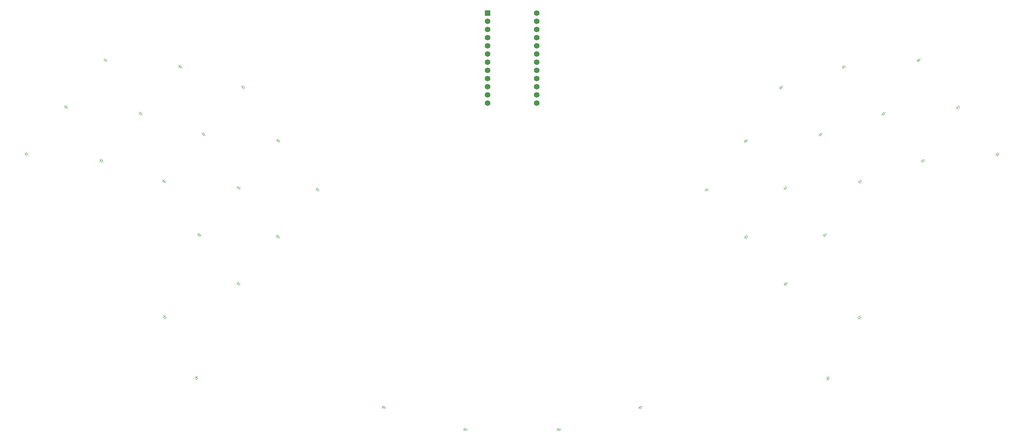
<source format=gbr>
%TF.GenerationSoftware,KiCad,Pcbnew,8.0.1*%
%TF.CreationDate,2024-05-19T15:34:11+09:00*%
%TF.ProjectId,pcb_plate,7063625f-706c-4617-9465-2e6b69636164,v1.0.0*%
%TF.SameCoordinates,Original*%
%TF.FileFunction,Legend,Bot*%
%TF.FilePolarity,Positive*%
%FSLAX46Y46*%
G04 Gerber Fmt 4.6, Leading zero omitted, Abs format (unit mm)*
G04 Created by KiCad (PCBNEW 8.0.1) date 2024-05-19 15:34:11*
%MOMM*%
%LPD*%
G01*
G04 APERTURE LIST*
%ADD10C,0.100000*%
%ADD11R,1.752600X1.752600*%
%ADD12C,1.752600*%
G04 APERTURE END LIST*
D10*
%TO.C,D32*%
X266945694Y-205252538D02*
X267252111Y-204995423D01*
X267252111Y-204995423D02*
X266898579Y-204574098D01*
X267252111Y-204995423D02*
X267454625Y-204303331D01*
X267252111Y-204995423D02*
X267605645Y-205416746D01*
X267454625Y-204303331D02*
X267968853Y-204916168D01*
X267711740Y-204609749D02*
X268094760Y-204288356D01*
X267968853Y-204916168D02*
X267252111Y-204995423D01*
%TO.C,D4*%
X54682479Y-166093729D02*
X54988896Y-166350844D01*
X54988896Y-166350844D02*
X54635364Y-166772169D01*
X54988896Y-166350844D02*
X55342430Y-165929521D01*
X54988896Y-166350844D02*
X55705638Y-166430099D01*
X55191410Y-167042936D02*
X54988896Y-166350844D01*
X55448527Y-166736516D02*
X55831545Y-167057911D01*
X55705638Y-166430099D02*
X55191410Y-167042936D01*
%TO.C,D25*%
X285010419Y-137871619D02*
X285316836Y-137614504D01*
X285316836Y-137614504D02*
X284963304Y-137193179D01*
X285316836Y-137614504D02*
X285519350Y-136922412D01*
X285316836Y-137614504D02*
X285670370Y-138035827D01*
X285519350Y-136922412D02*
X286033578Y-137535249D01*
X285776465Y-137228830D02*
X286159485Y-136907437D01*
X286033578Y-137535249D02*
X285316836Y-137614504D01*
%TO.C,D37*%
X221771415Y-243383908D02*
X222147292Y-243247098D01*
X222147292Y-243247098D02*
X221959182Y-242730271D01*
X222147292Y-243247098D02*
X222335401Y-243763929D01*
X222147292Y-243247098D02*
X222574299Y-242666012D01*
X222574299Y-242666012D02*
X222847915Y-243417765D01*
X222711109Y-243041888D02*
X223180953Y-242870878D01*
X222847915Y-243417765D02*
X222147292Y-243247098D01*
%TO.C,D2*%
X43762861Y-149470681D02*
X44069278Y-149727796D01*
X44069278Y-149727796D02*
X43715746Y-150149121D01*
X44069278Y-149727796D02*
X44422812Y-149306473D01*
X44069278Y-149727796D02*
X44786020Y-149807051D01*
X44271792Y-150419888D02*
X44069278Y-149727796D01*
X44528909Y-150113468D02*
X44911927Y-150434863D01*
X44786020Y-149807051D02*
X44271792Y-150419888D01*
%TO.C,D33*%
X254700596Y-190659395D02*
X255007013Y-190402280D01*
X255007013Y-190402280D02*
X254653481Y-189980955D01*
X255007013Y-190402280D02*
X255209527Y-189710188D01*
X255007013Y-190402280D02*
X255360547Y-190823603D01*
X255209527Y-189710188D02*
X255723755Y-190323025D01*
X255466642Y-190016606D02*
X255849662Y-189695213D01*
X255723755Y-190323025D02*
X255007013Y-190402280D01*
%TO.C,D15*%
X121727614Y-175102062D02*
X122034031Y-175359177D01*
X122034031Y-175359177D02*
X121680499Y-175780502D01*
X122034031Y-175359177D02*
X122387565Y-174937854D01*
X122034031Y-175359177D02*
X122750773Y-175438432D01*
X122236545Y-176051269D02*
X122034031Y-175359177D01*
X122493662Y-175744849D02*
X122876680Y-176066244D01*
X122750773Y-175438432D02*
X122236545Y-176051269D01*
%TO.C,D13*%
X97237405Y-204288357D02*
X97543822Y-204545472D01*
X97543822Y-204545472D02*
X97190290Y-204966797D01*
X97543822Y-204545472D02*
X97897356Y-204124149D01*
X97543822Y-204545472D02*
X98260564Y-204624727D01*
X97746336Y-205237564D02*
X97543822Y-204545472D01*
X98003453Y-204931144D02*
X98386471Y-205252539D01*
X98260564Y-204624727D02*
X97746336Y-205237564D01*
%TO.C,D27*%
X277764338Y-158872608D02*
X278070755Y-158615493D01*
X278070755Y-158615493D02*
X277717223Y-158194168D01*
X278070755Y-158615493D02*
X278273269Y-157923401D01*
X278070755Y-158615493D02*
X278424289Y-159036816D01*
X278273269Y-157923401D02*
X278787497Y-158536238D01*
X278530384Y-158229819D02*
X278913404Y-157908426D01*
X278787497Y-158536238D02*
X278070755Y-158615493D01*
%TO.C,D34*%
X242455491Y-176066240D02*
X242761908Y-175809125D01*
X242761908Y-175809125D02*
X242408376Y-175387800D01*
X242761908Y-175809125D02*
X242964422Y-175117033D01*
X242761908Y-175809125D02*
X243115442Y-176230448D01*
X242964422Y-175117033D02*
X243478650Y-175729870D01*
X243221537Y-175423451D02*
X243604557Y-175102058D01*
X243478650Y-175729870D02*
X242761908Y-175809125D01*
%TO.C,D16*%
X74509238Y-214582965D02*
X74738665Y-214910626D01*
X74738665Y-214910626D02*
X74288136Y-215226093D01*
X74738665Y-214910626D02*
X75189201Y-214595161D01*
X74738665Y-214910626D02*
X75410474Y-215172688D01*
X74755154Y-215631549D02*
X74738665Y-214910626D01*
X75082815Y-215402119D02*
X75369602Y-215811693D01*
X75410474Y-215172688D02*
X74755154Y-215631549D01*
%TO.C,D35*%
X289962569Y-215811700D02*
X290191997Y-215484039D01*
X290191997Y-215484039D02*
X289741467Y-215168572D01*
X290191997Y-215484039D02*
X290208485Y-214763115D01*
X290191997Y-215484039D02*
X290642533Y-215799505D01*
X290208485Y-214763115D02*
X290863807Y-215221978D01*
X290536145Y-214992546D02*
X290822933Y-214582972D01*
X290863807Y-215221978D02*
X290191997Y-215484039D01*
%TO.C,D8*%
X86418772Y-157908429D02*
X86725189Y-158165544D01*
X86725189Y-158165544D02*
X86371657Y-158586869D01*
X86725189Y-158165544D02*
X87078723Y-157744221D01*
X86725189Y-158165544D02*
X87441931Y-158244799D01*
X86927703Y-158857636D02*
X86725189Y-158165544D01*
X87184820Y-158551216D02*
X87567838Y-158872611D01*
X87441931Y-158244799D02*
X86927703Y-158857636D01*
%TO.C,D5*%
X66927581Y-151500583D02*
X67233998Y-151757698D01*
X67233998Y-151757698D02*
X66880466Y-152179023D01*
X67233998Y-151757698D02*
X67587532Y-151336375D01*
X67233998Y-151757698D02*
X67950740Y-151836953D01*
X67436512Y-152449790D02*
X67233998Y-151757698D01*
X67693629Y-152143370D02*
X68076647Y-152464765D01*
X67950740Y-151836953D02*
X67436512Y-152449790D01*
%TO.C,D29*%
X279089823Y-190088803D02*
X279396240Y-189831688D01*
X279396240Y-189831688D02*
X279042708Y-189410363D01*
X279396240Y-189831688D02*
X279598754Y-189139596D01*
X279396240Y-189831688D02*
X279749774Y-190253011D01*
X279598754Y-189139596D02*
X280112982Y-189752433D01*
X279855869Y-189446014D02*
X280238889Y-189124621D01*
X280112982Y-189752433D02*
X279396240Y-189831688D01*
%TO.C,D21*%
X320420242Y-150434863D02*
X320726659Y-150177748D01*
X320726659Y-150177748D02*
X320373127Y-149756423D01*
X320726659Y-150177748D02*
X320929173Y-149485656D01*
X320726659Y-150177748D02*
X321080193Y-150599071D01*
X320929173Y-149485656D02*
X321443401Y-150098493D01*
X321186288Y-149792074D02*
X321569308Y-149470681D01*
X321443401Y-150098493D02*
X320726659Y-150177748D01*
%TO.C,D19*%
X167435280Y-249882124D02*
X167829203Y-249951584D01*
X167829203Y-249951584D02*
X167733696Y-250493226D01*
X167829203Y-249951584D02*
X167924710Y-249409941D01*
X167829203Y-249951584D02*
X168489548Y-249661851D01*
X168350629Y-250449695D02*
X167829203Y-249951584D01*
X168420089Y-250055771D02*
X168912492Y-250142596D01*
X168489548Y-249661851D02*
X168350629Y-250449695D01*
%TO.C,D11*%
X97338381Y-174531478D02*
X97644798Y-174788593D01*
X97644798Y-174788593D02*
X97291266Y-175209918D01*
X97644798Y-174788593D02*
X97998332Y-174367270D01*
X97644798Y-174788593D02*
X98361540Y-174867848D01*
X97847312Y-175480685D02*
X97644798Y-174788593D01*
X98104429Y-175174265D02*
X98487447Y-175495660D01*
X98361540Y-174867848D02*
X97847312Y-175480685D01*
%TO.C,D20*%
X332665349Y-165028011D02*
X332971766Y-164770896D01*
X332971766Y-164770896D02*
X332618234Y-164349571D01*
X332971766Y-164770896D02*
X333174280Y-164078804D01*
X332971766Y-164770896D02*
X333325300Y-165192219D01*
X333174280Y-164078804D02*
X333688508Y-164691641D01*
X333431395Y-164385222D02*
X333814415Y-164063829D01*
X333688508Y-164691641D02*
X332971766Y-164770896D01*
%TO.C,D17*%
X84461671Y-234458932D02*
X84632338Y-233758309D01*
X84495528Y-233382432D02*
X84632338Y-233758309D01*
X84632338Y-233758309D02*
X84115507Y-233946418D01*
X84632338Y-233758309D02*
X85149165Y-233570199D01*
X84632338Y-233758309D02*
X85213424Y-234185316D01*
X84837548Y-234322126D02*
X85008558Y-234791970D01*
X85213424Y-234185316D02*
X84461671Y-234458932D01*
%TO.C,D23*%
X309500631Y-167057913D02*
X309807048Y-166800798D01*
X309807048Y-166800798D02*
X309453516Y-166379473D01*
X309807048Y-166800798D02*
X310009562Y-166108706D01*
X309807048Y-166800798D02*
X310160582Y-167222121D01*
X310009562Y-166108706D02*
X310523790Y-166721543D01*
X310266677Y-166415124D02*
X310649697Y-166093731D01*
X310523790Y-166721543D02*
X309807048Y-166800798D01*
%TO.C,D28*%
X265519236Y-144279459D02*
X265825653Y-144022344D01*
X265825653Y-144022344D02*
X265472121Y-143601019D01*
X265825653Y-144022344D02*
X266028167Y-143330252D01*
X265825653Y-144022344D02*
X266179187Y-144443667D01*
X266028167Y-143330252D02*
X266542395Y-143943089D01*
X266285282Y-143636670D02*
X266668302Y-143315277D01*
X266542395Y-143943089D02*
X265825653Y-144022344D01*
%TO.C,D7*%
X74173661Y-172501576D02*
X74480078Y-172758691D01*
X74480078Y-172758691D02*
X74126546Y-173180016D01*
X74480078Y-172758691D02*
X74833612Y-172337368D01*
X74480078Y-172758691D02*
X75196820Y-172837946D01*
X74682592Y-173450783D02*
X74480078Y-172758691D01*
X74939709Y-173144363D02*
X75322727Y-173465758D01*
X75196820Y-172837946D02*
X74682592Y-173450783D01*
%TO.C,D9*%
X98663875Y-143315281D02*
X98970292Y-143572396D01*
X98970292Y-143572396D02*
X98616760Y-143993721D01*
X98970292Y-143572396D02*
X99323826Y-143151073D01*
X98970292Y-143572396D02*
X99687034Y-143651651D01*
X99172806Y-144264488D02*
X98970292Y-143572396D01*
X99429923Y-143958068D02*
X99812941Y-144279463D01*
X99687034Y-143651651D02*
X99172806Y-144264488D01*
%TO.C,D26*%
X290009438Y-173465758D02*
X290315855Y-173208643D01*
X290315855Y-173208643D02*
X289962323Y-172787318D01*
X290315855Y-173208643D02*
X290518369Y-172516551D01*
X290315855Y-173208643D02*
X290669389Y-173629966D01*
X290518369Y-172516551D02*
X291032597Y-173129388D01*
X290775484Y-172822969D02*
X291158504Y-172501576D01*
X291032597Y-173129388D02*
X290315855Y-173208643D01*
%TO.C,D38*%
X196419673Y-250142596D02*
X196813596Y-250073136D01*
X196813596Y-250073136D02*
X196718088Y-249531494D01*
X196813596Y-250073136D02*
X196909102Y-250614779D01*
X196813596Y-250073136D02*
X197335022Y-249575026D01*
X197335022Y-249575026D02*
X197473941Y-250362870D01*
X197404482Y-249968948D02*
X197896885Y-249882124D01*
X197473941Y-250362870D02*
X196813596Y-250073136D01*
%TO.C,D3*%
X56007960Y-134877534D02*
X56314377Y-135134649D01*
X56314377Y-135134649D02*
X55960845Y-135555974D01*
X56314377Y-135134649D02*
X56667911Y-134713326D01*
X56314377Y-135134649D02*
X57031119Y-135213904D01*
X56516891Y-135826741D02*
X56314377Y-135134649D01*
X56774008Y-135520321D02*
X57157026Y-135841716D01*
X57031119Y-135213904D02*
X56516891Y-135826741D01*
%TO.C,D22*%
X308175135Y-135841719D02*
X308481552Y-135584604D01*
X308481552Y-135584604D02*
X308128020Y-135163279D01*
X308481552Y-135584604D02*
X308684066Y-134892512D01*
X308481552Y-135584604D02*
X308835086Y-136005927D01*
X308684066Y-134892512D02*
X309198294Y-135505349D01*
X308941181Y-135198930D02*
X309324201Y-134877537D01*
X309198294Y-135505349D02*
X308481552Y-135584604D01*
%TO.C,D10*%
X85093284Y-189124627D02*
X85399701Y-189381742D01*
X85399701Y-189381742D02*
X85046169Y-189803067D01*
X85399701Y-189381742D02*
X85753235Y-188960419D01*
X85399701Y-189381742D02*
X86116443Y-189460997D01*
X85602215Y-190073834D02*
X85399701Y-189381742D01*
X85859332Y-189767414D02*
X86242350Y-190088809D01*
X86116443Y-189460997D02*
X85602215Y-190073834D01*
%TO.C,D30*%
X266844721Y-175495658D02*
X267151138Y-175238543D01*
X267151138Y-175238543D02*
X266797606Y-174817218D01*
X267151138Y-175238543D02*
X267353652Y-174546451D01*
X267151138Y-175238543D02*
X267504672Y-175659866D01*
X267353652Y-174546451D02*
X267867880Y-175159288D01*
X267610767Y-174852869D02*
X267993787Y-174531476D01*
X267867880Y-175159288D02*
X267151138Y-175238543D01*
%TO.C,D24*%
X297255528Y-152464765D02*
X297561945Y-152207650D01*
X297561945Y-152207650D02*
X297208413Y-151786325D01*
X297561945Y-152207650D02*
X297764459Y-151515558D01*
X297561945Y-152207650D02*
X297915479Y-152628973D01*
X297764459Y-151515558D02*
X298278687Y-152128395D01*
X298021574Y-151821976D02*
X298404594Y-151500583D01*
X298278687Y-152128395D02*
X297561945Y-152207650D01*
%TO.C,D1*%
X31517760Y-164063827D02*
X31824177Y-164320942D01*
X31824177Y-164320942D02*
X31470645Y-164742267D01*
X31824177Y-164320942D02*
X32177711Y-163899619D01*
X31824177Y-164320942D02*
X32540919Y-164400197D01*
X32026691Y-165013034D02*
X31824177Y-164320942D01*
X32283808Y-164706614D02*
X32666826Y-165028009D01*
X32540919Y-164400197D02*
X32026691Y-165013034D01*
%TO.C,D18*%
X142151215Y-242870875D02*
X142527092Y-243007685D01*
X142527092Y-243007685D02*
X142338982Y-243524512D01*
X142527092Y-243007685D02*
X142715202Y-242490854D01*
X142527092Y-243007685D02*
X143227715Y-242837018D01*
X142954099Y-243588772D02*
X142527092Y-243007685D01*
X143090909Y-243212893D02*
X143560753Y-243383905D01*
X143227715Y-242837018D02*
X142954099Y-243588772D01*
%TO.C,D14*%
X109482509Y-189695212D02*
X109788926Y-189952327D01*
X109788926Y-189952327D02*
X109435394Y-190373652D01*
X109788926Y-189952327D02*
X110142460Y-189531004D01*
X109788926Y-189952327D02*
X110505668Y-190031582D01*
X109991440Y-190644419D02*
X109788926Y-189952327D01*
X110248557Y-190337999D02*
X110631575Y-190659394D01*
X110505668Y-190031582D02*
X109991440Y-190644419D01*
%TO.C,D36*%
X280289754Y-233715476D02*
X281041508Y-233989092D01*
X280323611Y-234791976D02*
X280460421Y-234416099D01*
X280460421Y-234416099D02*
X279943590Y-234227989D01*
X280460421Y-234416099D02*
X280289754Y-233715476D01*
X280460421Y-234416099D02*
X280977248Y-234604209D01*
X280665629Y-233852282D02*
X280836641Y-233382438D01*
X281041508Y-233989092D02*
X280460421Y-234416099D01*
%TO.C,D6*%
X79172689Y-136907432D02*
X79479106Y-137164547D01*
X79479106Y-137164547D02*
X79125574Y-137585872D01*
X79479106Y-137164547D02*
X79832640Y-136743224D01*
X79479106Y-137164547D02*
X80195848Y-137243802D01*
X79681620Y-137856639D02*
X79479106Y-137164547D01*
X79938737Y-137550219D02*
X80321755Y-137871614D01*
X80195848Y-137243802D02*
X79681620Y-137856639D01*
%TO.C,D31*%
X254599612Y-160902512D02*
X254906029Y-160645397D01*
X254906029Y-160645397D02*
X254552497Y-160224072D01*
X254906029Y-160645397D02*
X255108543Y-159953305D01*
X254906029Y-160645397D02*
X255259563Y-161066720D01*
X255108543Y-159953305D02*
X255622771Y-160566142D01*
X255365658Y-160259723D02*
X255748678Y-159938330D01*
X255622771Y-160566142D02*
X254906029Y-160645397D01*
%TO.C,D12*%
X109583484Y-159938330D02*
X109889901Y-160195445D01*
X109889901Y-160195445D02*
X109536369Y-160616770D01*
X109889901Y-160195445D02*
X110243435Y-159774122D01*
X109889901Y-160195445D02*
X110606643Y-160274700D01*
X110092415Y-160887537D02*
X109889901Y-160195445D01*
X110349532Y-160581117D02*
X110732550Y-160902512D01*
X110606643Y-160274700D02*
X110092415Y-160887537D01*
%TD*%
D11*
%TO.C,MCU1*%
X175046085Y-120783935D03*
D12*
X175046086Y-123323934D03*
X175046085Y-125863931D03*
X175046086Y-128403934D03*
X175046085Y-130943932D03*
X175046085Y-133483933D03*
X175046085Y-136023933D03*
X175046086Y-138563934D03*
X175046088Y-141103933D03*
X175046086Y-143643934D03*
X175046086Y-146183933D03*
X175046085Y-148723931D03*
X190286085Y-120783935D03*
X190286084Y-123323933D03*
X190286084Y-125863932D03*
X190286082Y-128403933D03*
X190286084Y-130943932D03*
X190286085Y-133483933D03*
X190286085Y-136023933D03*
X190286085Y-138563934D03*
X190286084Y-141103932D03*
X190286085Y-143643935D03*
X190286084Y-146183932D03*
X190286085Y-148723931D03*
%TD*%
M02*

</source>
